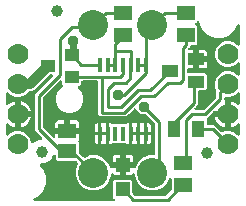
<source format=gbr>
G04 EAGLE Gerber RS-274X export*
G75*
%MOMM*%
%FSLAX34Y34*%
%LPD*%
%INTop Copper*%
%IPPOS*%
%AMOC8*
5,1,8,0,0,1.08239X$1,22.5*%
G01*
%ADD10R,0.360000X1.260000*%
%ADD11R,1.200000X1.200000*%
%ADD12R,1.500000X1.300000*%
%ADD13R,1.400000X1.000000*%
%ADD14R,1.100000X1.400000*%
%ADD15C,2.540000*%
%ADD16C,1.778000*%
%ADD17R,1.200000X1.000000*%
%ADD18C,1.000000*%
%ADD19C,0.254000*%
%ADD20P,0.981078X8X22.500000*%
%ADD21C,0.609600*%
%ADD22P,0.879767X8X22.500000*%
%ADD23C,0.812800*%

G36*
X93618Y2558D02*
X93618Y2558D01*
X93757Y2571D01*
X93776Y2578D01*
X93796Y2581D01*
X93925Y2632D01*
X94056Y2679D01*
X94073Y2690D01*
X94092Y2698D01*
X94204Y2779D01*
X94319Y2857D01*
X94332Y2873D01*
X94349Y2884D01*
X94438Y2992D01*
X94530Y3096D01*
X94539Y3114D01*
X94552Y3129D01*
X94611Y3255D01*
X94674Y3379D01*
X94679Y3399D01*
X94687Y3417D01*
X94713Y3554D01*
X94744Y3689D01*
X94743Y3710D01*
X94747Y3729D01*
X94738Y3868D01*
X94734Y4007D01*
X94729Y4027D01*
X94727Y4047D01*
X94685Y4179D01*
X94646Y4313D01*
X94635Y4330D01*
X94629Y4349D01*
X94555Y4467D01*
X94484Y4587D01*
X94466Y4608D01*
X94459Y4618D01*
X94444Y4632D01*
X94378Y4707D01*
X93567Y5518D01*
X93567Y19202D01*
X94758Y20393D01*
X108442Y20393D01*
X109633Y19202D01*
X109633Y9524D01*
X109645Y9426D01*
X109648Y9327D01*
X109665Y9268D01*
X109673Y9208D01*
X109709Y9116D01*
X109737Y9021D01*
X109767Y8969D01*
X109790Y8913D01*
X109848Y8833D01*
X109898Y8747D01*
X109964Y8672D01*
X109976Y8655D01*
X109986Y8647D01*
X110004Y8626D01*
X111146Y7484D01*
X111225Y7424D01*
X111297Y7356D01*
X111350Y7327D01*
X111398Y7290D01*
X111489Y7250D01*
X111575Y7202D01*
X111634Y7187D01*
X111689Y7163D01*
X111787Y7148D01*
X111883Y7123D01*
X111983Y7117D01*
X112004Y7113D01*
X112016Y7115D01*
X112044Y7113D01*
X137646Y7113D01*
X137744Y7125D01*
X137843Y7128D01*
X137902Y7145D01*
X137962Y7153D01*
X138054Y7189D01*
X138149Y7217D01*
X138201Y7247D01*
X138257Y7270D01*
X138337Y7328D01*
X138423Y7378D01*
X138498Y7444D01*
X138515Y7456D01*
X138523Y7466D01*
X138544Y7484D01*
X142496Y11436D01*
X142556Y11515D01*
X142624Y11587D01*
X142653Y11640D01*
X142690Y11688D01*
X142730Y11779D01*
X142778Y11865D01*
X142793Y11924D01*
X142817Y11979D01*
X142832Y12077D01*
X142857Y12173D01*
X142863Y12273D01*
X142867Y12294D01*
X142865Y12306D01*
X142867Y12334D01*
X142867Y21070D01*
X142859Y21139D01*
X142860Y21209D01*
X142839Y21297D01*
X142827Y21386D01*
X142802Y21450D01*
X142785Y21518D01*
X142743Y21598D01*
X142710Y21681D01*
X142669Y21738D01*
X142637Y21799D01*
X142576Y21866D01*
X142524Y21939D01*
X142470Y21983D01*
X142423Y22035D01*
X142348Y22084D01*
X142279Y22141D01*
X142215Y22171D01*
X142157Y22209D01*
X142072Y22239D01*
X141991Y22277D01*
X141922Y22290D01*
X141856Y22313D01*
X141767Y22320D01*
X141679Y22337D01*
X141609Y22332D01*
X141539Y22338D01*
X141451Y22322D01*
X141361Y22317D01*
X141295Y22295D01*
X141226Y22283D01*
X141144Y22247D01*
X141059Y22219D01*
X141000Y22182D01*
X140936Y22153D01*
X140866Y22097D01*
X140790Y22049D01*
X140742Y21998D01*
X140688Y21954D01*
X140633Y21883D01*
X140572Y21817D01*
X140538Y21756D01*
X140496Y21700D01*
X140425Y21556D01*
X138982Y18071D01*
X134837Y13926D01*
X129423Y11683D01*
X123561Y11683D01*
X118147Y13926D01*
X114002Y18071D01*
X111759Y23485D01*
X111759Y24862D01*
X111742Y25000D01*
X111729Y25138D01*
X111722Y25157D01*
X111719Y25177D01*
X111668Y25307D01*
X111621Y25438D01*
X111610Y25454D01*
X111602Y25473D01*
X111521Y25586D01*
X111443Y25701D01*
X111427Y25714D01*
X111416Y25730D01*
X111308Y25819D01*
X111204Y25911D01*
X111186Y25920D01*
X111171Y25933D01*
X111045Y25992D01*
X110921Y26056D01*
X110901Y26060D01*
X110883Y26069D01*
X110747Y26095D01*
X110611Y26125D01*
X110590Y26125D01*
X110571Y26129D01*
X110432Y26120D01*
X110293Y26116D01*
X110273Y26110D01*
X110253Y26109D01*
X110121Y26066D01*
X109987Y26027D01*
X109970Y26017D01*
X109951Y26011D01*
X109833Y25937D01*
X109713Y25866D01*
X109692Y25847D01*
X109682Y25841D01*
X109668Y25826D01*
X109592Y25759D01*
X109160Y25327D01*
X108581Y24992D01*
X107934Y24819D01*
X104139Y24819D01*
X104139Y30821D01*
X110638Y30821D01*
X110660Y30806D01*
X110729Y30749D01*
X110793Y30719D01*
X110851Y30680D01*
X110936Y30651D01*
X111017Y30613D01*
X111086Y30600D01*
X111152Y30577D01*
X111241Y30570D01*
X111329Y30553D01*
X111399Y30558D01*
X111469Y30552D01*
X111557Y30567D01*
X111647Y30573D01*
X111713Y30594D01*
X111782Y30606D01*
X111864Y30643D01*
X111949Y30671D01*
X112008Y30708D01*
X112072Y30737D01*
X112142Y30793D01*
X112218Y30841D01*
X112266Y30892D01*
X112320Y30936D01*
X112375Y31007D01*
X112436Y31073D01*
X112470Y31134D01*
X112512Y31190D01*
X112583Y31334D01*
X114002Y34761D01*
X118147Y38906D01*
X123561Y41149D01*
X127508Y41149D01*
X127626Y41164D01*
X127745Y41171D01*
X127783Y41184D01*
X127824Y41189D01*
X127934Y41232D01*
X128047Y41269D01*
X128082Y41291D01*
X128119Y41306D01*
X128215Y41375D01*
X128316Y41439D01*
X128344Y41469D01*
X128377Y41492D01*
X128453Y41584D01*
X128534Y41671D01*
X128554Y41706D01*
X128579Y41737D01*
X128630Y41845D01*
X128688Y41949D01*
X128698Y41989D01*
X128715Y42025D01*
X128737Y42142D01*
X128767Y42257D01*
X128771Y42317D01*
X128775Y42337D01*
X128773Y42358D01*
X128777Y42418D01*
X128777Y67956D01*
X128765Y68054D01*
X128762Y68153D01*
X128745Y68212D01*
X128737Y68272D01*
X128701Y68364D01*
X128673Y68459D01*
X128643Y68511D01*
X128620Y68567D01*
X128562Y68647D01*
X128512Y68733D01*
X128446Y68808D01*
X128434Y68825D01*
X128424Y68833D01*
X128406Y68854D01*
X121646Y75614D01*
X121567Y75674D01*
X121495Y75742D01*
X121442Y75771D01*
X121394Y75808D01*
X121303Y75848D01*
X121217Y75896D01*
X121158Y75911D01*
X121103Y75935D01*
X121005Y75950D01*
X120909Y75975D01*
X120809Y75981D01*
X120788Y75985D01*
X120776Y75983D01*
X120748Y75985D01*
X116661Y75985D01*
X112795Y79851D01*
X112785Y79957D01*
X112778Y79976D01*
X112775Y79996D01*
X112724Y80125D01*
X112677Y80256D01*
X112666Y80273D01*
X112658Y80291D01*
X112577Y80404D01*
X112499Y80519D01*
X112483Y80532D01*
X112472Y80549D01*
X112364Y80638D01*
X112260Y80730D01*
X112242Y80739D01*
X112227Y80752D01*
X112101Y80811D01*
X111977Y80874D01*
X111957Y80879D01*
X111939Y80887D01*
X111803Y80913D01*
X111667Y80944D01*
X111646Y80943D01*
X111627Y80947D01*
X111488Y80938D01*
X111349Y80934D01*
X111329Y80928D01*
X111309Y80927D01*
X111177Y80884D01*
X111043Y80846D01*
X111026Y80835D01*
X111007Y80829D01*
X110889Y80755D01*
X110769Y80684D01*
X110748Y80666D01*
X110738Y80659D01*
X110724Y80644D01*
X110649Y80578D01*
X106544Y76474D01*
X104238Y74167D01*
X82452Y74167D01*
X80517Y76102D01*
X80517Y103378D01*
X80502Y103496D01*
X80495Y103615D01*
X80482Y103653D01*
X80477Y103694D01*
X80434Y103804D01*
X80397Y103917D01*
X80375Y103952D01*
X80360Y103989D01*
X80291Y104085D01*
X80227Y104186D01*
X80197Y104214D01*
X80174Y104247D01*
X80082Y104323D01*
X79995Y104404D01*
X79960Y104424D01*
X79929Y104449D01*
X79821Y104500D01*
X79717Y104558D01*
X79677Y104568D01*
X79641Y104585D01*
X79524Y104607D01*
X79409Y104637D01*
X79349Y104641D01*
X79329Y104645D01*
X79308Y104643D01*
X79248Y104647D01*
X67562Y104647D01*
X67444Y104632D01*
X67325Y104625D01*
X67287Y104612D01*
X67246Y104607D01*
X67136Y104564D01*
X67023Y104527D01*
X66988Y104505D01*
X66951Y104490D01*
X66855Y104421D01*
X66754Y104357D01*
X66726Y104327D01*
X66693Y104304D01*
X66617Y104212D01*
X66536Y104125D01*
X66516Y104090D01*
X66491Y104059D01*
X66440Y103951D01*
X66382Y103847D01*
X66372Y103807D01*
X66355Y103771D01*
X66333Y103654D01*
X66303Y103539D01*
X66299Y103479D01*
X66295Y103459D01*
X66297Y103438D01*
X66293Y103378D01*
X66293Y101498D01*
X65102Y100307D01*
X64644Y100307D01*
X64507Y100290D01*
X64368Y100277D01*
X64349Y100270D01*
X64329Y100267D01*
X64200Y100216D01*
X64068Y100169D01*
X64052Y100158D01*
X64033Y100150D01*
X63920Y100069D01*
X63805Y99991D01*
X63792Y99975D01*
X63776Y99964D01*
X63687Y99856D01*
X63595Y99752D01*
X63586Y99734D01*
X63573Y99719D01*
X63513Y99592D01*
X63450Y99469D01*
X63446Y99449D01*
X63437Y99431D01*
X63411Y99295D01*
X63381Y99159D01*
X63381Y99138D01*
X63377Y99119D01*
X63386Y98980D01*
X63390Y98841D01*
X63396Y98821D01*
X63397Y98801D01*
X63440Y98669D01*
X63479Y98535D01*
X63489Y98518D01*
X63495Y98499D01*
X63570Y98381D01*
X63640Y98261D01*
X63659Y98240D01*
X63665Y98230D01*
X63680Y98216D01*
X63747Y98141D01*
X66440Y95447D01*
X68200Y91199D01*
X68200Y86601D01*
X66440Y82353D01*
X63189Y79102D01*
X58941Y77342D01*
X54343Y77342D01*
X50095Y79102D01*
X46844Y82353D01*
X45084Y86601D01*
X45084Y91199D01*
X46844Y95447D01*
X50095Y98698D01*
X50413Y98830D01*
X50456Y98855D01*
X50503Y98871D01*
X50594Y98933D01*
X50690Y98988D01*
X50725Y99022D01*
X50766Y99050D01*
X50839Y99132D01*
X50918Y99209D01*
X50944Y99251D01*
X50977Y99288D01*
X51027Y99386D01*
X51084Y99480D01*
X51099Y99527D01*
X51121Y99572D01*
X51146Y99679D01*
X51178Y99784D01*
X51180Y99834D01*
X51191Y99882D01*
X51188Y99992D01*
X51193Y100102D01*
X51183Y100150D01*
X51181Y100200D01*
X51151Y100306D01*
X51129Y100413D01*
X51107Y100458D01*
X51093Y100505D01*
X51037Y100600D01*
X50989Y100699D01*
X50957Y100737D01*
X50932Y100779D01*
X50825Y100900D01*
X50227Y101498D01*
X50227Y103452D01*
X50210Y103590D01*
X50197Y103729D01*
X50190Y103748D01*
X50187Y103768D01*
X50136Y103897D01*
X50089Y104028D01*
X50078Y104045D01*
X50070Y104063D01*
X49989Y104176D01*
X49911Y104291D01*
X49895Y104304D01*
X49884Y104321D01*
X49776Y104409D01*
X49672Y104502D01*
X49654Y104511D01*
X49639Y104524D01*
X49513Y104583D01*
X49389Y104646D01*
X49369Y104651D01*
X49351Y104659D01*
X49215Y104685D01*
X49079Y104716D01*
X49058Y104715D01*
X49039Y104719D01*
X48900Y104710D01*
X48761Y104706D01*
X48741Y104700D01*
X48721Y104699D01*
X48589Y104656D01*
X48455Y104618D01*
X48438Y104607D01*
X48419Y104601D01*
X48301Y104527D01*
X48181Y104456D01*
X48160Y104438D01*
X48150Y104431D01*
X48136Y104416D01*
X48061Y104350D01*
X34154Y90444D01*
X34094Y90365D01*
X34026Y90293D01*
X33997Y90240D01*
X33960Y90192D01*
X33920Y90101D01*
X33872Y90015D01*
X33857Y89956D01*
X33833Y89901D01*
X33818Y89803D01*
X33793Y89707D01*
X33787Y89607D01*
X33783Y89586D01*
X33785Y89574D01*
X33783Y89546D01*
X33783Y65784D01*
X33795Y65686D01*
X33798Y65587D01*
X33815Y65528D01*
X33823Y65468D01*
X33859Y65376D01*
X33887Y65281D01*
X33917Y65229D01*
X33940Y65173D01*
X33998Y65093D01*
X34048Y65007D01*
X34114Y64932D01*
X34126Y64915D01*
X34136Y64907D01*
X34154Y64886D01*
X42403Y56638D01*
X42512Y56553D01*
X42619Y56464D01*
X42638Y56456D01*
X42654Y56443D01*
X42782Y56388D01*
X42907Y56329D01*
X42927Y56325D01*
X42946Y56317D01*
X43084Y56295D01*
X43220Y56269D01*
X43240Y56270D01*
X43260Y56267D01*
X43399Y56280D01*
X43537Y56289D01*
X43556Y56295D01*
X43576Y56297D01*
X43708Y56344D01*
X43839Y56387D01*
X43857Y56398D01*
X43876Y56405D01*
X43991Y56483D01*
X44108Y56557D01*
X44122Y56572D01*
X44139Y56583D01*
X44231Y56687D01*
X44326Y56789D01*
X44336Y56806D01*
X44349Y56822D01*
X44413Y56946D01*
X44480Y57067D01*
X44485Y57087D01*
X44494Y57105D01*
X44524Y57241D01*
X44559Y57375D01*
X44561Y57403D01*
X44564Y57415D01*
X44563Y57436D01*
X44569Y57536D01*
X44569Y59301D01*
X53340Y59301D01*
X53458Y59316D01*
X53577Y59323D01*
X53615Y59336D01*
X53655Y59341D01*
X53766Y59384D01*
X53879Y59421D01*
X53914Y59443D01*
X53951Y59458D01*
X54047Y59528D01*
X54148Y59591D01*
X54176Y59621D01*
X54208Y59645D01*
X54284Y59736D01*
X54366Y59823D01*
X54385Y59858D01*
X54411Y59889D01*
X54462Y59997D01*
X54519Y60101D01*
X54530Y60141D01*
X54547Y60177D01*
X54569Y60294D01*
X54599Y60409D01*
X54603Y60470D01*
X54607Y60490D01*
X54605Y60510D01*
X54609Y60570D01*
X54609Y61841D01*
X54611Y61841D01*
X54611Y60570D01*
X54626Y60452D01*
X54633Y60333D01*
X54646Y60295D01*
X54651Y60255D01*
X54695Y60144D01*
X54731Y60031D01*
X54753Y59996D01*
X54768Y59959D01*
X54838Y59863D01*
X54901Y59762D01*
X54931Y59734D01*
X54955Y59701D01*
X55046Y59626D01*
X55133Y59544D01*
X55168Y59524D01*
X55200Y59499D01*
X55307Y59448D01*
X55411Y59390D01*
X55451Y59380D01*
X55487Y59363D01*
X55604Y59341D01*
X55719Y59311D01*
X55780Y59307D01*
X55800Y59303D01*
X55820Y59305D01*
X55880Y59301D01*
X64651Y59301D01*
X64651Y55006D01*
X64478Y54359D01*
X64102Y53709D01*
X64090Y53695D01*
X64071Y53659D01*
X64047Y53628D01*
X63999Y53518D01*
X63945Y53412D01*
X63936Y53373D01*
X63920Y53336D01*
X63902Y53218D01*
X63875Y53101D01*
X63877Y53062D01*
X63870Y53022D01*
X63881Y52903D01*
X63885Y52783D01*
X63896Y52745D01*
X63900Y52705D01*
X63940Y52593D01*
X63973Y52478D01*
X63994Y52444D01*
X64007Y52406D01*
X64074Y52307D01*
X64135Y52204D01*
X64143Y52195D01*
X64143Y44178D01*
X64155Y44080D01*
X64158Y43981D01*
X64175Y43922D01*
X64183Y43862D01*
X64219Y43770D01*
X64247Y43675D01*
X64277Y43623D01*
X64300Y43567D01*
X64358Y43487D01*
X64408Y43401D01*
X64474Y43326D01*
X64486Y43309D01*
X64496Y43301D01*
X64514Y43280D01*
X68135Y39660D01*
X68158Y39642D01*
X68178Y39619D01*
X68284Y39544D01*
X68386Y39465D01*
X68413Y39453D01*
X68438Y39436D01*
X68559Y39390D01*
X68678Y39338D01*
X68707Y39334D01*
X68735Y39323D01*
X68864Y39309D01*
X68992Y39289D01*
X69022Y39291D01*
X69051Y39288D01*
X69180Y39306D01*
X69309Y39318D01*
X69337Y39328D01*
X69366Y39332D01*
X69518Y39385D01*
X73777Y41149D01*
X79639Y41149D01*
X85053Y38906D01*
X89198Y34761D01*
X90617Y31334D01*
X90652Y31274D01*
X90678Y31209D01*
X90730Y31136D01*
X90775Y31058D01*
X90823Y31008D01*
X90864Y30951D01*
X90934Y30894D01*
X90996Y30830D01*
X91056Y30793D01*
X91109Y30749D01*
X91191Y30710D01*
X91267Y30663D01*
X91334Y30643D01*
X91397Y30613D01*
X91485Y30596D01*
X91571Y30570D01*
X91641Y30566D01*
X91710Y30553D01*
X91799Y30559D01*
X91889Y30555D01*
X91957Y30569D01*
X92027Y30573D01*
X92112Y30601D01*
X92200Y30619D01*
X92263Y30650D01*
X92329Y30671D01*
X92405Y30719D01*
X92486Y30759D01*
X92539Y30804D01*
X92566Y30821D01*
X99061Y30821D01*
X99061Y24819D01*
X95266Y24819D01*
X94619Y24992D01*
X94040Y25327D01*
X93608Y25759D01*
X93498Y25845D01*
X93391Y25933D01*
X93372Y25942D01*
X93356Y25954D01*
X93228Y26010D01*
X93103Y26069D01*
X93083Y26073D01*
X93064Y26081D01*
X92926Y26103D01*
X92790Y26129D01*
X92770Y26127D01*
X92750Y26131D01*
X92611Y26117D01*
X92473Y26109D01*
X92454Y26103D01*
X92434Y26101D01*
X92303Y26054D01*
X92171Y26011D01*
X92153Y26000D01*
X92134Y25993D01*
X92020Y25915D01*
X91902Y25841D01*
X91888Y25826D01*
X91871Y25815D01*
X91779Y25711D01*
X91684Y25609D01*
X91674Y25591D01*
X91661Y25576D01*
X91598Y25452D01*
X91530Y25331D01*
X91525Y25311D01*
X91516Y25293D01*
X91486Y25157D01*
X91451Y25023D01*
X91449Y24995D01*
X91446Y24983D01*
X91447Y24962D01*
X91441Y24862D01*
X91441Y23485D01*
X89198Y18071D01*
X85053Y13926D01*
X79639Y11683D01*
X73777Y11683D01*
X68363Y13926D01*
X64218Y18071D01*
X61975Y23485D01*
X61975Y29347D01*
X63739Y33606D01*
X63747Y33634D01*
X63761Y33660D01*
X63789Y33787D01*
X63823Y33912D01*
X63824Y33942D01*
X63830Y33971D01*
X63826Y34101D01*
X63828Y34230D01*
X63822Y34259D01*
X63821Y34289D01*
X63785Y34413D01*
X63754Y34540D01*
X63740Y34566D01*
X63732Y34594D01*
X63666Y34706D01*
X63606Y34821D01*
X63586Y34843D01*
X63571Y34868D01*
X63464Y34989D01*
X62518Y35936D01*
X62439Y35996D01*
X62367Y36064D01*
X62314Y36093D01*
X62266Y36130D01*
X62175Y36170D01*
X62089Y36218D01*
X62030Y36233D01*
X61975Y36257D01*
X61877Y36272D01*
X61781Y36297D01*
X61681Y36303D01*
X61660Y36307D01*
X61648Y36305D01*
X61620Y36307D01*
X46268Y36307D01*
X45077Y37498D01*
X45077Y40595D01*
X45059Y40740D01*
X45044Y40885D01*
X45039Y40898D01*
X45037Y40911D01*
X44984Y41046D01*
X44933Y41183D01*
X44925Y41194D01*
X44920Y41207D01*
X44835Y41325D01*
X44752Y41444D01*
X44742Y41453D01*
X44734Y41464D01*
X44621Y41557D01*
X44511Y41652D01*
X44499Y41658D01*
X44489Y41667D01*
X44357Y41729D01*
X44226Y41794D01*
X44213Y41797D01*
X44201Y41802D01*
X44059Y41830D01*
X43915Y41860D01*
X43902Y41860D01*
X43889Y41862D01*
X43744Y41853D01*
X43598Y41847D01*
X43585Y41843D01*
X43571Y41842D01*
X43433Y41798D01*
X43293Y41756D01*
X43281Y41749D01*
X43269Y41744D01*
X43145Y41666D01*
X43021Y41591D01*
X43011Y41581D01*
X43000Y41574D01*
X42900Y41468D01*
X42798Y41364D01*
X42788Y41349D01*
X42782Y41343D01*
X42774Y41328D01*
X42709Y41230D01*
X40341Y37129D01*
X35700Y34449D01*
X32647Y34449D01*
X32510Y34432D01*
X32371Y34419D01*
X32352Y34412D01*
X32332Y34409D01*
X32203Y34358D01*
X32071Y34311D01*
X32055Y34300D01*
X32036Y34292D01*
X31923Y34211D01*
X31808Y34133D01*
X31795Y34117D01*
X31779Y34106D01*
X31690Y33998D01*
X31598Y33894D01*
X31589Y33876D01*
X31576Y33861D01*
X31516Y33735D01*
X31453Y33611D01*
X31449Y33591D01*
X31440Y33573D01*
X31414Y33437D01*
X31384Y33301D01*
X31384Y33280D01*
X31380Y33261D01*
X31389Y33122D01*
X31393Y32983D01*
X31399Y32963D01*
X31400Y32943D01*
X31443Y32811D01*
X31482Y32677D01*
X31492Y32660D01*
X31498Y32641D01*
X31573Y32523D01*
X31643Y32403D01*
X31662Y32382D01*
X31668Y32372D01*
X31683Y32358D01*
X31750Y32283D01*
X34343Y29690D01*
X36861Y23610D01*
X36861Y17030D01*
X34343Y10950D01*
X29690Y6297D01*
X26515Y4983D01*
X26455Y4948D01*
X26390Y4922D01*
X26317Y4870D01*
X26239Y4825D01*
X26189Y4777D01*
X26132Y4736D01*
X26075Y4666D01*
X26011Y4604D01*
X25974Y4544D01*
X25930Y4491D01*
X25891Y4409D01*
X25844Y4333D01*
X25824Y4266D01*
X25794Y4203D01*
X25777Y4115D01*
X25751Y4029D01*
X25747Y3959D01*
X25734Y3890D01*
X25740Y3801D01*
X25736Y3711D01*
X25750Y3643D01*
X25754Y3573D01*
X25782Y3488D01*
X25800Y3400D01*
X25831Y3337D01*
X25852Y3271D01*
X25900Y3195D01*
X25940Y3114D01*
X25985Y3061D01*
X26022Y3002D01*
X26088Y2940D01*
X26146Y2872D01*
X26203Y2832D01*
X26254Y2784D01*
X26332Y2741D01*
X26406Y2689D01*
X26471Y2664D01*
X26532Y2630D01*
X26619Y2608D01*
X26703Y2576D01*
X26773Y2568D01*
X26840Y2551D01*
X27001Y2541D01*
X93480Y2541D01*
X93618Y2558D01*
G37*
G36*
X169654Y79515D02*
X169654Y79515D01*
X169753Y79518D01*
X169812Y79535D01*
X169872Y79543D01*
X169964Y79579D01*
X170059Y79607D01*
X170111Y79637D01*
X170167Y79660D01*
X170247Y79718D01*
X170333Y79768D01*
X170408Y79834D01*
X170425Y79846D01*
X170433Y79856D01*
X170454Y79874D01*
X180476Y89896D01*
X180536Y89975D01*
X180604Y90047D01*
X180633Y90100D01*
X180670Y90148D01*
X180710Y90239D01*
X180758Y90325D01*
X180773Y90384D01*
X180797Y90439D01*
X180812Y90537D01*
X180837Y90633D01*
X180843Y90733D01*
X180847Y90753D01*
X180845Y90766D01*
X180847Y90794D01*
X180847Y96109D01*
X180846Y96118D01*
X180847Y96127D01*
X180826Y96276D01*
X180807Y96424D01*
X180804Y96433D01*
X180803Y96442D01*
X180751Y96595D01*
X179577Y99427D01*
X179577Y103773D01*
X181240Y107787D01*
X184313Y110860D01*
X188327Y112523D01*
X192673Y112523D01*
X196687Y110860D01*
X198493Y109055D01*
X198602Y108969D01*
X198709Y108881D01*
X198728Y108872D01*
X198744Y108860D01*
X198872Y108804D01*
X198997Y108745D01*
X199017Y108741D01*
X199036Y108733D01*
X199174Y108711D01*
X199310Y108685D01*
X199330Y108687D01*
X199350Y108683D01*
X199489Y108696D01*
X199627Y108705D01*
X199646Y108711D01*
X199666Y108713D01*
X199798Y108760D01*
X199929Y108803D01*
X199947Y108814D01*
X199966Y108821D01*
X200081Y108899D01*
X200198Y108973D01*
X200212Y108988D01*
X200229Y108999D01*
X200321Y109104D01*
X200416Y109205D01*
X200426Y109223D01*
X200439Y109238D01*
X200503Y109362D01*
X200570Y109483D01*
X200575Y109503D01*
X200584Y109521D01*
X200614Y109657D01*
X200649Y109791D01*
X200651Y109819D01*
X200654Y109831D01*
X200653Y109852D01*
X200659Y109952D01*
X200659Y118648D01*
X200642Y118785D01*
X200629Y118924D01*
X200622Y118943D01*
X200619Y118964D01*
X200568Y119092D01*
X200521Y119224D01*
X200510Y119240D01*
X200502Y119259D01*
X200421Y119372D01*
X200343Y119487D01*
X200327Y119500D01*
X200316Y119517D01*
X200208Y119605D01*
X200104Y119697D01*
X200086Y119706D01*
X200071Y119719D01*
X199945Y119779D01*
X199821Y119842D01*
X199801Y119846D01*
X199783Y119855D01*
X199646Y119881D01*
X199511Y119911D01*
X199490Y119911D01*
X199471Y119915D01*
X199332Y119906D01*
X199193Y119902D01*
X199173Y119896D01*
X199153Y119895D01*
X199021Y119852D01*
X198887Y119813D01*
X198870Y119803D01*
X198851Y119797D01*
X198733Y119722D01*
X198613Y119652D01*
X198592Y119633D01*
X198582Y119627D01*
X198568Y119612D01*
X198493Y119545D01*
X196687Y117740D01*
X192673Y116077D01*
X188327Y116077D01*
X184313Y117740D01*
X181240Y120813D01*
X179577Y124827D01*
X179577Y129173D01*
X181240Y133187D01*
X184313Y136260D01*
X188327Y137923D01*
X192673Y137923D01*
X196687Y136260D01*
X198493Y134455D01*
X198602Y134369D01*
X198709Y134281D01*
X198728Y134272D01*
X198744Y134260D01*
X198872Y134204D01*
X198997Y134145D01*
X199017Y134141D01*
X199036Y134133D01*
X199174Y134111D01*
X199310Y134085D01*
X199330Y134087D01*
X199350Y134083D01*
X199489Y134096D01*
X199627Y134105D01*
X199646Y134111D01*
X199666Y134113D01*
X199798Y134160D01*
X199929Y134203D01*
X199947Y134214D01*
X199966Y134221D01*
X200081Y134299D01*
X200198Y134373D01*
X200212Y134388D01*
X200229Y134399D01*
X200321Y134504D01*
X200416Y134605D01*
X200426Y134623D01*
X200439Y134638D01*
X200503Y134762D01*
X200570Y134883D01*
X200575Y134903D01*
X200584Y134921D01*
X200614Y135057D01*
X200649Y135191D01*
X200651Y135219D01*
X200654Y135231D01*
X200653Y135252D01*
X200659Y135352D01*
X200659Y150799D01*
X200651Y150868D01*
X200652Y150938D01*
X200631Y151025D01*
X200619Y151115D01*
X200594Y151180D01*
X200577Y151247D01*
X200535Y151327D01*
X200502Y151410D01*
X200461Y151467D01*
X200429Y151528D01*
X200368Y151595D01*
X200316Y151668D01*
X200262Y151712D01*
X200215Y151764D01*
X200140Y151813D01*
X200071Y151870D01*
X200007Y151900D01*
X199949Y151939D01*
X199864Y151968D01*
X199783Y152006D01*
X199714Y152019D01*
X199648Y152042D01*
X199559Y152049D01*
X199471Y152066D01*
X199401Y152061D01*
X199331Y152067D01*
X199243Y152052D01*
X199153Y152046D01*
X199087Y152025D01*
X199018Y152013D01*
X198936Y151976D01*
X198851Y151948D01*
X198792Y151911D01*
X198728Y151882D01*
X198658Y151826D01*
X198582Y151778D01*
X198534Y151727D01*
X198480Y151683D01*
X198425Y151612D01*
X198364Y151546D01*
X198330Y151485D01*
X198288Y151429D01*
X198217Y151285D01*
X196903Y148110D01*
X192250Y143457D01*
X186170Y140939D01*
X179590Y140939D01*
X173510Y143457D01*
X168857Y148110D01*
X166412Y154015D01*
X166387Y154058D01*
X166370Y154105D01*
X166309Y154196D01*
X166254Y154291D01*
X166220Y154327D01*
X166192Y154368D01*
X166109Y154441D01*
X166033Y154520D01*
X165991Y154546D01*
X165953Y154579D01*
X165855Y154629D01*
X165762Y154686D01*
X165714Y154701D01*
X165670Y154723D01*
X165563Y154747D01*
X165458Y154780D01*
X165408Y154782D01*
X165360Y154793D01*
X165250Y154790D01*
X165140Y154795D01*
X165092Y154785D01*
X165042Y154783D01*
X164936Y154753D01*
X164829Y154730D01*
X164784Y154709D01*
X164736Y154695D01*
X164642Y154639D01*
X164543Y154591D01*
X164505Y154558D01*
X164462Y154533D01*
X164342Y154427D01*
X163212Y153297D01*
X163139Y153204D01*
X163060Y153114D01*
X163042Y153078D01*
X163017Y153046D01*
X162970Y152937D01*
X162916Y152831D01*
X162907Y152791D01*
X162891Y152754D01*
X162872Y152637D01*
X162846Y152521D01*
X162847Y152480D01*
X162841Y152440D01*
X162852Y152322D01*
X162856Y152203D01*
X162867Y152164D01*
X162871Y152124D01*
X162911Y152012D01*
X162944Y151897D01*
X162965Y151862D01*
X162978Y151824D01*
X163045Y151726D01*
X163106Y151623D01*
X163146Y151578D01*
X163157Y151561D01*
X163172Y151548D01*
X163212Y151502D01*
X164473Y150242D01*
X164473Y135558D01*
X163282Y134367D01*
X159512Y134367D01*
X159394Y134352D01*
X159275Y134345D01*
X159237Y134332D01*
X159196Y134327D01*
X159086Y134284D01*
X158973Y134247D01*
X158938Y134225D01*
X158901Y134210D01*
X158805Y134141D01*
X158704Y134077D01*
X158676Y134047D01*
X158643Y134024D01*
X158567Y133932D01*
X158486Y133845D01*
X158466Y133810D01*
X158441Y133779D01*
X158390Y133671D01*
X158332Y133567D01*
X158322Y133527D01*
X158305Y133491D01*
X158283Y133374D01*
X158254Y133263D01*
X157228Y132237D01*
X157143Y132128D01*
X157054Y132021D01*
X157046Y132002D01*
X157033Y131986D01*
X156978Y131859D01*
X156919Y131733D01*
X156915Y131713D01*
X156907Y131694D01*
X156885Y131556D01*
X156859Y131420D01*
X156860Y131400D01*
X156857Y131380D01*
X156870Y131241D01*
X156879Y131103D01*
X156885Y131084D01*
X156887Y131064D01*
X156934Y130932D01*
X156977Y130801D01*
X156988Y130783D01*
X156995Y130764D01*
X157073Y130649D01*
X157147Y130532D01*
X157162Y130518D01*
X157173Y130501D01*
X157277Y130409D01*
X157379Y130314D01*
X157396Y130304D01*
X157412Y130291D01*
X157536Y130227D01*
X157657Y130160D01*
X157677Y130155D01*
X157695Y130146D01*
X157831Y130116D01*
X157965Y130081D01*
X157993Y130079D01*
X158005Y130076D01*
X158026Y130077D01*
X158126Y130071D01*
X160901Y130071D01*
X160901Y123760D01*
X160916Y123642D01*
X160923Y123523D01*
X160935Y123485D01*
X160941Y123445D01*
X160984Y123334D01*
X161021Y123221D01*
X161043Y123187D01*
X161058Y123149D01*
X161127Y123053D01*
X161191Y122952D01*
X161221Y122924D01*
X161244Y122892D01*
X161336Y122816D01*
X161423Y122734D01*
X161458Y122715D01*
X161489Y122689D01*
X161597Y122638D01*
X161701Y122581D01*
X161741Y122571D01*
X161777Y122553D01*
X161884Y122533D01*
X161854Y122529D01*
X161744Y122485D01*
X161631Y122449D01*
X161596Y122427D01*
X161559Y122412D01*
X161462Y122342D01*
X161362Y122279D01*
X161334Y122249D01*
X161301Y122225D01*
X161225Y122134D01*
X161144Y122047D01*
X161124Y122012D01*
X161099Y121980D01*
X161048Y121873D01*
X160990Y121768D01*
X160980Y121729D01*
X160963Y121693D01*
X160941Y121576D01*
X160911Y121460D01*
X160907Y121400D01*
X160903Y121380D01*
X160905Y121360D01*
X160901Y121300D01*
X160901Y114989D01*
X156972Y114989D01*
X156854Y114974D01*
X156735Y114967D01*
X156697Y114954D01*
X156656Y114949D01*
X156546Y114906D01*
X156433Y114869D01*
X156398Y114847D01*
X156361Y114832D01*
X156265Y114763D01*
X156164Y114699D01*
X156136Y114669D01*
X156103Y114646D01*
X156027Y114554D01*
X155946Y114467D01*
X155926Y114432D01*
X155901Y114401D01*
X155850Y114293D01*
X155792Y114189D01*
X155782Y114149D01*
X155765Y114113D01*
X155743Y113996D01*
X155713Y113881D01*
X155709Y113821D01*
X155705Y113801D01*
X155707Y113780D01*
X155703Y113720D01*
X155703Y111832D01*
X155718Y111714D01*
X155725Y111595D01*
X155738Y111557D01*
X155743Y111516D01*
X155786Y111406D01*
X155823Y111293D01*
X155845Y111258D01*
X155860Y111221D01*
X155929Y111125D01*
X155993Y111024D01*
X156023Y110996D01*
X156046Y110963D01*
X156138Y110887D01*
X156225Y110806D01*
X156260Y110786D01*
X156291Y110761D01*
X156399Y110710D01*
X156503Y110652D01*
X156543Y110642D01*
X156579Y110625D01*
X156696Y110603D01*
X156811Y110573D01*
X156871Y110569D01*
X156891Y110565D01*
X156912Y110567D01*
X156972Y110563D01*
X171242Y110563D01*
X172433Y109372D01*
X172433Y97688D01*
X171242Y96497D01*
X166702Y96497D01*
X166584Y96482D01*
X166465Y96475D01*
X166427Y96462D01*
X166386Y96457D01*
X166276Y96414D01*
X166163Y96377D01*
X166128Y96355D01*
X166091Y96340D01*
X165995Y96271D01*
X165894Y96207D01*
X165866Y96177D01*
X165833Y96154D01*
X165757Y96062D01*
X165676Y95975D01*
X165656Y95940D01*
X165631Y95909D01*
X165580Y95801D01*
X165522Y95697D01*
X165512Y95657D01*
X165495Y95621D01*
X165473Y95504D01*
X165443Y95389D01*
X165439Y95329D01*
X165435Y95309D01*
X165437Y95288D01*
X165436Y95281D01*
X165435Y95276D01*
X165436Y95272D01*
X165433Y95228D01*
X165433Y84562D01*
X163126Y82256D01*
X162540Y81670D01*
X162455Y81560D01*
X162366Y81453D01*
X162358Y81434D01*
X162345Y81418D01*
X162290Y81290D01*
X162231Y81165D01*
X162227Y81145D01*
X162219Y81126D01*
X162197Y80988D01*
X162171Y80852D01*
X162172Y80832D01*
X162169Y80812D01*
X162182Y80673D01*
X162191Y80535D01*
X162197Y80516D01*
X162199Y80496D01*
X162246Y80365D01*
X162289Y80233D01*
X162300Y80215D01*
X162307Y80196D01*
X162384Y80082D01*
X162459Y79964D01*
X162474Y79950D01*
X162485Y79933D01*
X162589Y79841D01*
X162691Y79746D01*
X162708Y79736D01*
X162724Y79723D01*
X162847Y79660D01*
X162969Y79592D01*
X162989Y79587D01*
X163007Y79578D01*
X163143Y79548D01*
X163277Y79513D01*
X163305Y79511D01*
X163317Y79508D01*
X163338Y79509D01*
X163438Y79503D01*
X169556Y79503D01*
X169654Y79515D01*
G37*
G36*
X24943Y51512D02*
X24943Y51512D01*
X25076Y51515D01*
X25102Y51522D01*
X25129Y51524D01*
X25255Y51565D01*
X25382Y51600D01*
X25417Y51617D01*
X25431Y51622D01*
X25450Y51634D01*
X25527Y51672D01*
X30340Y54451D01*
X32184Y54451D01*
X32322Y54468D01*
X32461Y54481D01*
X32480Y54488D01*
X32500Y54491D01*
X32629Y54542D01*
X32760Y54589D01*
X32777Y54600D01*
X32795Y54608D01*
X32908Y54689D01*
X33023Y54767D01*
X33036Y54783D01*
X33053Y54794D01*
X33142Y54902D01*
X33234Y55006D01*
X33243Y55024D01*
X33256Y55039D01*
X33315Y55165D01*
X33378Y55289D01*
X33383Y55309D01*
X33391Y55327D01*
X33417Y55463D01*
X33448Y55599D01*
X33447Y55620D01*
X33451Y55639D01*
X33442Y55778D01*
X33438Y55917D01*
X33432Y55937D01*
X33431Y55957D01*
X33388Y56089D01*
X33350Y56223D01*
X33339Y56240D01*
X33333Y56259D01*
X33259Y56377D01*
X33188Y56497D01*
X33170Y56518D01*
X33163Y56528D01*
X33148Y56542D01*
X33082Y56617D01*
X29484Y60216D01*
X27177Y62522D01*
X27177Y92808D01*
X42010Y107641D01*
X42095Y107750D01*
X42184Y107857D01*
X42192Y107876D01*
X42205Y107892D01*
X42260Y108020D01*
X42319Y108145D01*
X42323Y108165D01*
X42331Y108184D01*
X42353Y108322D01*
X42379Y108458D01*
X42378Y108478D01*
X42381Y108498D01*
X42368Y108637D01*
X42359Y108775D01*
X42353Y108794D01*
X42351Y108814D01*
X42304Y108946D01*
X42261Y109077D01*
X42250Y109095D01*
X42243Y109114D01*
X42165Y109229D01*
X42091Y109346D01*
X42076Y109360D01*
X42065Y109377D01*
X41961Y109469D01*
X41859Y109564D01*
X41842Y109574D01*
X41826Y109587D01*
X41703Y109650D01*
X41581Y109718D01*
X41561Y109723D01*
X41543Y109732D01*
X41407Y109762D01*
X41273Y109797D01*
X41245Y109799D01*
X41233Y109802D01*
X41212Y109801D01*
X41112Y109807D01*
X40375Y109807D01*
X40277Y109795D01*
X40178Y109792D01*
X40120Y109775D01*
X40060Y109767D01*
X39967Y109731D01*
X39872Y109703D01*
X39820Y109673D01*
X39764Y109650D01*
X39684Y109592D01*
X39598Y109542D01*
X39523Y109476D01*
X39507Y109464D01*
X39499Y109454D01*
X39478Y109436D01*
X28528Y98485D01*
X28522Y98478D01*
X28515Y98472D01*
X28425Y98353D01*
X28333Y98234D01*
X28329Y98226D01*
X28323Y98218D01*
X28293Y98157D01*
X26568Y96431D01*
X24327Y95503D01*
X22576Y95503D01*
X22478Y95491D01*
X22379Y95488D01*
X22321Y95471D01*
X22261Y95463D01*
X22168Y95427D01*
X22073Y95399D01*
X22021Y95369D01*
X21965Y95346D01*
X21885Y95288D01*
X21799Y95238D01*
X21724Y95172D01*
X21707Y95160D01*
X21700Y95150D01*
X21679Y95132D01*
X18887Y92340D01*
X14873Y90677D01*
X10527Y90677D01*
X6513Y92340D01*
X4707Y94145D01*
X4598Y94231D01*
X4491Y94319D01*
X4472Y94328D01*
X4456Y94340D01*
X4328Y94396D01*
X4203Y94455D01*
X4183Y94459D01*
X4164Y94467D01*
X4026Y94489D01*
X3890Y94515D01*
X3870Y94513D01*
X3850Y94517D01*
X3711Y94504D01*
X3573Y94495D01*
X3554Y94489D01*
X3534Y94487D01*
X3402Y94440D01*
X3271Y94397D01*
X3253Y94386D01*
X3234Y94379D01*
X3119Y94301D01*
X3002Y94227D01*
X2988Y94212D01*
X2971Y94201D01*
X2879Y94096D01*
X2784Y93995D01*
X2774Y93977D01*
X2761Y93962D01*
X2697Y93838D01*
X2630Y93717D01*
X2625Y93697D01*
X2616Y93679D01*
X2586Y93543D01*
X2551Y93409D01*
X2549Y93381D01*
X2546Y93369D01*
X2547Y93348D01*
X2541Y93248D01*
X2541Y85270D01*
X2558Y85132D01*
X2571Y84994D01*
X2578Y84975D01*
X2581Y84955D01*
X2632Y84825D01*
X2679Y84695D01*
X2690Y84678D01*
X2698Y84659D01*
X2779Y84547D01*
X2857Y84432D01*
X2873Y84418D01*
X2884Y84402D01*
X2992Y84313D01*
X3096Y84221D01*
X3114Y84212D01*
X3129Y84199D01*
X3255Y84140D01*
X3379Y84077D01*
X3399Y84072D01*
X3417Y84064D01*
X3553Y84038D01*
X3689Y84007D01*
X3710Y84008D01*
X3729Y84004D01*
X3868Y84012D01*
X4007Y84017D01*
X4027Y84022D01*
X4047Y84024D01*
X4179Y84066D01*
X4313Y84105D01*
X4330Y84115D01*
X4349Y84122D01*
X4467Y84196D01*
X4587Y84267D01*
X4608Y84285D01*
X4618Y84292D01*
X4632Y84307D01*
X4708Y84373D01*
X5253Y84919D01*
X6709Y85977D01*
X8312Y86793D01*
X10023Y87349D01*
X10161Y87371D01*
X10161Y77470D01*
X10176Y77352D01*
X10183Y77233D01*
X10196Y77195D01*
X10201Y77155D01*
X10244Y77044D01*
X10281Y76931D01*
X10303Y76897D01*
X10318Y76859D01*
X10388Y76763D01*
X10451Y76662D01*
X10481Y76634D01*
X10504Y76602D01*
X10596Y76526D01*
X10683Y76444D01*
X10718Y76425D01*
X10749Y76399D01*
X10857Y76348D01*
X10961Y76291D01*
X11001Y76280D01*
X11037Y76263D01*
X11154Y76241D01*
X11269Y76211D01*
X11330Y76207D01*
X11350Y76203D01*
X11370Y76205D01*
X11430Y76201D01*
X12701Y76201D01*
X12701Y76199D01*
X11430Y76199D01*
X11312Y76184D01*
X11193Y76177D01*
X11155Y76164D01*
X11114Y76159D01*
X11004Y76115D01*
X10891Y76079D01*
X10856Y76057D01*
X10819Y76042D01*
X10723Y75972D01*
X10622Y75909D01*
X10594Y75879D01*
X10561Y75855D01*
X10486Y75764D01*
X10404Y75677D01*
X10384Y75642D01*
X10359Y75610D01*
X10308Y75503D01*
X10250Y75398D01*
X10240Y75359D01*
X10223Y75323D01*
X10201Y75206D01*
X10171Y75091D01*
X10167Y75030D01*
X10163Y75010D01*
X10165Y74990D01*
X10161Y74930D01*
X10161Y65029D01*
X10023Y65051D01*
X8312Y65607D01*
X6709Y66423D01*
X5253Y67481D01*
X4708Y68027D01*
X4598Y68112D01*
X4491Y68201D01*
X4472Y68210D01*
X4456Y68222D01*
X4328Y68277D01*
X4203Y68336D01*
X4183Y68340D01*
X4164Y68348D01*
X4026Y68370D01*
X3890Y68396D01*
X3870Y68395D01*
X3850Y68398D01*
X3711Y68385D01*
X3573Y68376D01*
X3554Y68370D01*
X3534Y68368D01*
X3403Y68321D01*
X3271Y68278D01*
X3253Y68268D01*
X3234Y68261D01*
X3120Y68183D01*
X3002Y68108D01*
X2988Y68094D01*
X2971Y68082D01*
X2879Y67978D01*
X2784Y67877D01*
X2774Y67859D01*
X2761Y67844D01*
X2698Y67720D01*
X2630Y67598D01*
X2625Y67579D01*
X2616Y67561D01*
X2586Y67425D01*
X2551Y67290D01*
X2549Y67262D01*
X2546Y67250D01*
X2547Y67230D01*
X2541Y67130D01*
X2541Y59152D01*
X2558Y59015D01*
X2571Y58876D01*
X2578Y58857D01*
X2581Y58836D01*
X2632Y58708D01*
X2679Y58576D01*
X2690Y58560D01*
X2698Y58541D01*
X2779Y58428D01*
X2857Y58313D01*
X2873Y58300D01*
X2884Y58283D01*
X2992Y58195D01*
X3096Y58103D01*
X3114Y58094D01*
X3129Y58081D01*
X3255Y58021D01*
X3379Y57958D01*
X3399Y57954D01*
X3417Y57945D01*
X3554Y57919D01*
X3689Y57889D01*
X3710Y57889D01*
X3729Y57885D01*
X3868Y57894D01*
X4007Y57898D01*
X4027Y57904D01*
X4047Y57905D01*
X4179Y57948D01*
X4313Y57987D01*
X4330Y57997D01*
X4349Y58003D01*
X4467Y58078D01*
X4587Y58148D01*
X4608Y58167D01*
X4618Y58173D01*
X4632Y58188D01*
X4707Y58255D01*
X6513Y60060D01*
X10527Y61723D01*
X14873Y61723D01*
X18887Y60060D01*
X21960Y56987D01*
X23623Y52973D01*
X23623Y52771D01*
X23639Y52640D01*
X23650Y52507D01*
X23659Y52482D01*
X23663Y52455D01*
X23711Y52332D01*
X23755Y52207D01*
X23770Y52185D01*
X23780Y52160D01*
X23857Y52053D01*
X23931Y51942D01*
X23951Y51924D01*
X23966Y51902D01*
X24069Y51818D01*
X24167Y51729D01*
X24191Y51717D01*
X24211Y51699D01*
X24331Y51643D01*
X24448Y51582D01*
X24475Y51575D01*
X24499Y51564D01*
X24629Y51539D01*
X24758Y51509D01*
X24785Y51509D01*
X24811Y51504D01*
X24943Y51512D01*
G37*
G36*
X199489Y57896D02*
X199489Y57896D01*
X199627Y57905D01*
X199646Y57911D01*
X199666Y57913D01*
X199798Y57960D01*
X199929Y58003D01*
X199947Y58014D01*
X199966Y58021D01*
X200081Y58099D01*
X200198Y58173D01*
X200212Y58188D01*
X200229Y58199D01*
X200321Y58304D01*
X200416Y58405D01*
X200426Y58423D01*
X200439Y58438D01*
X200503Y58562D01*
X200570Y58683D01*
X200575Y58703D01*
X200584Y58721D01*
X200614Y58857D01*
X200649Y58991D01*
X200651Y59019D01*
X200654Y59031D01*
X200653Y59052D01*
X200659Y59152D01*
X200659Y67130D01*
X200642Y67268D01*
X200629Y67406D01*
X200622Y67425D01*
X200619Y67445D01*
X200568Y67574D01*
X200521Y67705D01*
X200510Y67722D01*
X200502Y67741D01*
X200421Y67853D01*
X200343Y67968D01*
X200327Y67982D01*
X200316Y67998D01*
X200208Y68087D01*
X200104Y68179D01*
X200086Y68188D01*
X200071Y68201D01*
X199945Y68260D01*
X199821Y68323D01*
X199801Y68328D01*
X199783Y68336D01*
X199647Y68362D01*
X199511Y68393D01*
X199490Y68392D01*
X199471Y68396D01*
X199332Y68388D01*
X199193Y68383D01*
X199173Y68378D01*
X199153Y68376D01*
X199021Y68334D01*
X198887Y68295D01*
X198870Y68285D01*
X198851Y68278D01*
X198733Y68204D01*
X198613Y68133D01*
X198592Y68115D01*
X198582Y68108D01*
X198568Y68093D01*
X198492Y68027D01*
X197947Y67481D01*
X196491Y66423D01*
X194888Y65607D01*
X193177Y65051D01*
X193039Y65029D01*
X193039Y74930D01*
X193024Y75048D01*
X193017Y75167D01*
X193004Y75205D01*
X192999Y75245D01*
X192956Y75356D01*
X192919Y75469D01*
X192897Y75503D01*
X192882Y75541D01*
X192812Y75637D01*
X192749Y75738D01*
X192719Y75766D01*
X192695Y75798D01*
X192604Y75874D01*
X192517Y75956D01*
X192482Y75975D01*
X192451Y76001D01*
X192343Y76052D01*
X192239Y76109D01*
X192199Y76120D01*
X192163Y76137D01*
X192046Y76159D01*
X191931Y76189D01*
X191870Y76193D01*
X191850Y76197D01*
X191830Y76195D01*
X191770Y76199D01*
X190499Y76199D01*
X190499Y76201D01*
X191770Y76201D01*
X191888Y76216D01*
X192007Y76223D01*
X192045Y76236D01*
X192085Y76241D01*
X192196Y76285D01*
X192309Y76321D01*
X192344Y76343D01*
X192381Y76358D01*
X192477Y76428D01*
X192578Y76491D01*
X192606Y76521D01*
X192639Y76545D01*
X192714Y76636D01*
X192796Y76723D01*
X192816Y76758D01*
X192841Y76790D01*
X192892Y76897D01*
X192950Y77002D01*
X192960Y77041D01*
X192977Y77077D01*
X192999Y77194D01*
X193029Y77309D01*
X193033Y77370D01*
X193037Y77390D01*
X193035Y77410D01*
X193039Y77470D01*
X193039Y87371D01*
X193177Y87349D01*
X194888Y86793D01*
X196491Y85977D01*
X197947Y84919D01*
X198492Y84373D01*
X198602Y84288D01*
X198709Y84199D01*
X198728Y84190D01*
X198744Y84178D01*
X198872Y84123D01*
X198997Y84064D01*
X199017Y84060D01*
X199036Y84052D01*
X199174Y84030D01*
X199310Y84004D01*
X199330Y84005D01*
X199350Y84002D01*
X199489Y84015D01*
X199627Y84024D01*
X199646Y84030D01*
X199666Y84032D01*
X199797Y84079D01*
X199929Y84122D01*
X199947Y84132D01*
X199966Y84139D01*
X200080Y84217D01*
X200198Y84292D01*
X200212Y84306D01*
X200229Y84318D01*
X200321Y84422D01*
X200416Y84523D01*
X200426Y84541D01*
X200439Y84556D01*
X200502Y84680D01*
X200570Y84802D01*
X200575Y84821D01*
X200584Y84839D01*
X200614Y84975D01*
X200649Y85110D01*
X200651Y85138D01*
X200654Y85150D01*
X200653Y85170D01*
X200659Y85270D01*
X200659Y93248D01*
X200642Y93385D01*
X200629Y93524D01*
X200622Y93543D01*
X200619Y93564D01*
X200568Y93692D01*
X200521Y93824D01*
X200510Y93840D01*
X200502Y93859D01*
X200421Y93972D01*
X200343Y94087D01*
X200327Y94100D01*
X200316Y94117D01*
X200208Y94205D01*
X200104Y94297D01*
X200086Y94306D01*
X200071Y94319D01*
X199945Y94379D01*
X199821Y94442D01*
X199801Y94446D01*
X199783Y94455D01*
X199646Y94481D01*
X199511Y94511D01*
X199490Y94511D01*
X199471Y94515D01*
X199332Y94506D01*
X199193Y94502D01*
X199173Y94496D01*
X199153Y94495D01*
X199021Y94452D01*
X198887Y94413D01*
X198870Y94403D01*
X198851Y94397D01*
X198733Y94322D01*
X198613Y94252D01*
X198592Y94233D01*
X198582Y94227D01*
X198568Y94212D01*
X198493Y94145D01*
X196687Y92340D01*
X192673Y90677D01*
X188722Y90677D01*
X188604Y90662D01*
X188485Y90655D01*
X188447Y90642D01*
X188406Y90637D01*
X188296Y90594D01*
X188183Y90557D01*
X188148Y90535D01*
X188111Y90520D01*
X188015Y90451D01*
X187914Y90387D01*
X187886Y90357D01*
X187853Y90334D01*
X187777Y90242D01*
X187696Y90155D01*
X187676Y90120D01*
X187651Y90089D01*
X187600Y89981D01*
X187542Y89877D01*
X187532Y89837D01*
X187515Y89801D01*
X187493Y89684D01*
X187463Y89569D01*
X187459Y89509D01*
X187455Y89489D01*
X187457Y89468D01*
X187453Y89408D01*
X187453Y88777D01*
X187460Y88718D01*
X187458Y88658D01*
X187480Y88560D01*
X187493Y88461D01*
X187514Y88406D01*
X187527Y88348D01*
X187573Y88258D01*
X187610Y88165D01*
X187645Y88117D01*
X187672Y88064D01*
X187738Y87989D01*
X187796Y87908D01*
X187842Y87870D01*
X187882Y87825D01*
X187961Y87772D01*
X187961Y78739D01*
X179186Y78739D01*
X179088Y78727D01*
X178988Y78724D01*
X178930Y78707D01*
X178870Y78699D01*
X178778Y78663D01*
X178683Y78635D01*
X178631Y78605D01*
X178574Y78582D01*
X178494Y78524D01*
X178409Y78474D01*
X178334Y78407D01*
X178317Y78395D01*
X178309Y78386D01*
X178288Y78367D01*
X175124Y75204D01*
X172765Y72844D01*
X172692Y72750D01*
X172613Y72661D01*
X172595Y72625D01*
X172570Y72593D01*
X172523Y72484D01*
X172469Y72378D01*
X172460Y72338D01*
X172444Y72301D01*
X172425Y72183D01*
X172399Y72067D01*
X172400Y72027D01*
X172394Y71987D01*
X172405Y71868D01*
X172409Y71749D01*
X172420Y71711D01*
X172424Y71671D01*
X172464Y71558D01*
X172473Y71529D01*
X172473Y68072D01*
X172488Y67954D01*
X172495Y67835D01*
X172508Y67797D01*
X172513Y67756D01*
X172556Y67646D01*
X172593Y67533D01*
X172615Y67498D01*
X172630Y67461D01*
X172699Y67365D01*
X172763Y67264D01*
X172793Y67236D01*
X172816Y67203D01*
X172908Y67127D01*
X172995Y67046D01*
X173030Y67026D01*
X173061Y67001D01*
X173169Y66950D01*
X173273Y66892D01*
X173313Y66882D01*
X173349Y66865D01*
X173466Y66843D01*
X173581Y66813D01*
X173641Y66809D01*
X173661Y66805D01*
X173682Y66807D01*
X173742Y66803D01*
X179168Y66803D01*
X180291Y65679D01*
X180292Y65679D01*
X181586Y64385D01*
X181588Y64383D01*
X184843Y61128D01*
X184867Y61109D01*
X184886Y61087D01*
X184992Y61012D01*
X185094Y60933D01*
X185122Y60921D01*
X185146Y60904D01*
X185267Y60858D01*
X185386Y60806D01*
X185415Y60802D01*
X185443Y60791D01*
X185572Y60777D01*
X185700Y60756D01*
X185730Y60759D01*
X185759Y60756D01*
X185888Y60774D01*
X186017Y60786D01*
X186045Y60796D01*
X186074Y60800D01*
X186226Y60852D01*
X188327Y61723D01*
X192673Y61723D01*
X196687Y60060D01*
X198493Y58255D01*
X198602Y58169D01*
X198709Y58081D01*
X198728Y58072D01*
X198744Y58060D01*
X198872Y58004D01*
X198997Y57945D01*
X199017Y57941D01*
X199036Y57933D01*
X199174Y57911D01*
X199310Y57885D01*
X199330Y57887D01*
X199350Y57883D01*
X199489Y57896D01*
G37*
%LPC*%
G36*
X89869Y50809D02*
X89869Y50809D01*
X89869Y59650D01*
X89869Y68491D01*
X90734Y68491D01*
X91381Y68318D01*
X91666Y68153D01*
X91751Y68117D01*
X91832Y68072D01*
X91897Y68056D01*
X91959Y68030D01*
X92051Y68016D01*
X92140Y67993D01*
X92257Y67986D01*
X92274Y67983D01*
X92282Y67984D01*
X92301Y67983D01*
X97906Y67983D01*
X97919Y67976D01*
X97958Y67967D01*
X97995Y67951D01*
X98113Y67932D01*
X98229Y67906D01*
X98270Y67907D01*
X98309Y67901D01*
X98428Y67912D01*
X98547Y67916D01*
X98586Y67927D01*
X98626Y67931D01*
X98738Y67971D01*
X98778Y67983D01*
X104399Y67983D01*
X104491Y67994D01*
X104583Y67996D01*
X104648Y68014D01*
X104715Y68023D01*
X104801Y68057D01*
X104890Y68081D01*
X104995Y68133D01*
X105010Y68140D01*
X105017Y68145D01*
X105034Y68153D01*
X105319Y68318D01*
X105966Y68491D01*
X106831Y68491D01*
X106831Y59650D01*
X106831Y50809D01*
X105966Y50809D01*
X105319Y50982D01*
X105034Y51147D01*
X104949Y51183D01*
X104868Y51228D01*
X104803Y51244D01*
X104741Y51270D01*
X104649Y51284D01*
X104560Y51307D01*
X104443Y51314D01*
X104426Y51317D01*
X104418Y51316D01*
X104399Y51317D01*
X98794Y51317D01*
X98781Y51324D01*
X98741Y51333D01*
X98704Y51349D01*
X98587Y51368D01*
X98470Y51394D01*
X98430Y51393D01*
X98390Y51399D01*
X98271Y51388D01*
X98153Y51384D01*
X98114Y51373D01*
X98074Y51369D01*
X97961Y51329D01*
X97922Y51317D01*
X92301Y51317D01*
X92209Y51306D01*
X92117Y51304D01*
X92052Y51286D01*
X91985Y51277D01*
X91899Y51243D01*
X91810Y51219D01*
X91705Y51167D01*
X91690Y51160D01*
X91683Y51155D01*
X91666Y51147D01*
X91381Y50982D01*
X90734Y50809D01*
X89869Y50809D01*
G37*
%LPD*%
%LPC*%
G36*
X15239Y78739D02*
X15239Y78739D01*
X15239Y87371D01*
X15377Y87349D01*
X17088Y86793D01*
X18691Y85977D01*
X20147Y84919D01*
X21419Y83647D01*
X22477Y82191D01*
X23293Y80588D01*
X23849Y78877D01*
X23871Y78739D01*
X15239Y78739D01*
G37*
%LPD*%
%LPC*%
G36*
X15239Y73661D02*
X15239Y73661D01*
X23871Y73661D01*
X23849Y73523D01*
X23293Y71812D01*
X22477Y70209D01*
X21419Y68753D01*
X20147Y67481D01*
X18691Y66423D01*
X17088Y65607D01*
X15377Y65051D01*
X15239Y65029D01*
X15239Y73661D01*
G37*
%LPD*%
%LPC*%
G36*
X187823Y65051D02*
X187823Y65051D01*
X186112Y65607D01*
X184509Y66423D01*
X183053Y67481D01*
X181781Y68753D01*
X180723Y70209D01*
X179907Y71812D01*
X179351Y73523D01*
X179329Y73661D01*
X187961Y73661D01*
X187961Y65029D01*
X187823Y65051D01*
G37*
%LPD*%
%LPC*%
G36*
X57149Y64379D02*
X57149Y64379D01*
X57149Y70881D01*
X62444Y70881D01*
X63091Y70708D01*
X63670Y70373D01*
X64143Y69900D01*
X64478Y69321D01*
X64651Y68674D01*
X64651Y64379D01*
X57149Y64379D01*
G37*
%LPD*%
%LPC*%
G36*
X44569Y64379D02*
X44569Y64379D01*
X44569Y68674D01*
X44742Y69321D01*
X45077Y69900D01*
X45550Y70373D01*
X46129Y70708D01*
X46776Y70881D01*
X52071Y70881D01*
X52071Y64379D01*
X44569Y64379D01*
G37*
%LPD*%
%LPC*%
G36*
X104139Y35899D02*
X104139Y35899D01*
X104139Y41901D01*
X107934Y41901D01*
X108581Y41728D01*
X109160Y41393D01*
X109633Y40920D01*
X109968Y40341D01*
X110141Y39694D01*
X110141Y35899D01*
X104139Y35899D01*
G37*
%LPD*%
%LPC*%
G36*
X93059Y35899D02*
X93059Y35899D01*
X93059Y39694D01*
X93232Y40341D01*
X93567Y40920D01*
X94040Y41393D01*
X94619Y41728D01*
X95266Y41901D01*
X99061Y41901D01*
X99061Y35899D01*
X93059Y35899D01*
G37*
%LPD*%
%LPC*%
G36*
X165899Y125029D02*
X165899Y125029D01*
X165899Y130071D01*
X170734Y130071D01*
X171381Y129898D01*
X171960Y129563D01*
X172433Y129090D01*
X172768Y128511D01*
X172941Y127864D01*
X172941Y125029D01*
X165899Y125029D01*
G37*
%LPD*%
%LPC*%
G36*
X165899Y114989D02*
X165899Y114989D01*
X165899Y120031D01*
X172941Y120031D01*
X172941Y117196D01*
X172768Y116549D01*
X172433Y115970D01*
X171960Y115497D01*
X171381Y115162D01*
X170734Y114989D01*
X165899Y114989D01*
G37*
%LPD*%
%LPC*%
G36*
X115869Y60919D02*
X115869Y60919D01*
X115869Y68491D01*
X116734Y68491D01*
X117521Y68280D01*
X117613Y68267D01*
X117703Y68245D01*
X117770Y68246D01*
X117837Y68237D01*
X117928Y68247D01*
X118021Y68248D01*
X118136Y68271D01*
X118152Y68273D01*
X118160Y68276D01*
X118179Y68280D01*
X118966Y68491D01*
X119831Y68491D01*
X119831Y60919D01*
X115869Y60919D01*
G37*
%LPD*%
%LPC*%
G36*
X109369Y60919D02*
X109369Y60919D01*
X109369Y68491D01*
X110234Y68491D01*
X111021Y68280D01*
X111113Y68267D01*
X111203Y68245D01*
X111270Y68246D01*
X111337Y68237D01*
X111428Y68247D01*
X111521Y68248D01*
X111636Y68271D01*
X111652Y68273D01*
X111660Y68276D01*
X111679Y68280D01*
X112466Y68491D01*
X113331Y68491D01*
X113331Y60919D01*
X109369Y60919D01*
G37*
%LPD*%
%LPC*%
G36*
X83369Y60919D02*
X83369Y60919D01*
X83369Y68491D01*
X84234Y68491D01*
X85021Y68280D01*
X85113Y68267D01*
X85203Y68245D01*
X85270Y68246D01*
X85337Y68237D01*
X85428Y68247D01*
X85521Y68248D01*
X85636Y68271D01*
X85652Y68273D01*
X85660Y68276D01*
X85679Y68280D01*
X86466Y68491D01*
X87331Y68491D01*
X87331Y60919D01*
X83369Y60919D01*
G37*
%LPD*%
%LPC*%
G36*
X83369Y50809D02*
X83369Y50809D01*
X83369Y58381D01*
X87331Y58381D01*
X87331Y50809D01*
X86466Y50809D01*
X85679Y51020D01*
X85587Y51033D01*
X85497Y51055D01*
X85430Y51054D01*
X85363Y51063D01*
X85272Y51053D01*
X85179Y51052D01*
X85064Y51029D01*
X85048Y51027D01*
X85040Y51024D01*
X85021Y51020D01*
X84234Y50809D01*
X83369Y50809D01*
G37*
%LPD*%
%LPC*%
G36*
X109369Y50809D02*
X109369Y50809D01*
X109369Y58381D01*
X113331Y58381D01*
X113331Y50809D01*
X112466Y50809D01*
X111679Y51020D01*
X111587Y51033D01*
X111497Y51055D01*
X111430Y51054D01*
X111363Y51063D01*
X111272Y51053D01*
X111179Y51052D01*
X111064Y51029D01*
X111048Y51027D01*
X111040Y51024D01*
X111021Y51020D01*
X110234Y50809D01*
X109369Y50809D01*
G37*
%LPD*%
%LPC*%
G36*
X115869Y50809D02*
X115869Y50809D01*
X115869Y58381D01*
X119831Y58381D01*
X119831Y50809D01*
X118966Y50809D01*
X118179Y51020D01*
X118087Y51033D01*
X117997Y51055D01*
X117930Y51054D01*
X117863Y51063D01*
X117772Y51053D01*
X117679Y51052D01*
X117564Y51029D01*
X117548Y51027D01*
X117540Y51024D01*
X117521Y51020D01*
X116734Y50809D01*
X115869Y50809D01*
G37*
%LPD*%
%LPC*%
G36*
X122369Y60919D02*
X122369Y60919D01*
X122369Y68491D01*
X123234Y68491D01*
X123881Y68318D01*
X124460Y67983D01*
X124933Y67510D01*
X125268Y66931D01*
X125441Y66284D01*
X125441Y60919D01*
X122369Y60919D01*
G37*
%LPD*%
%LPC*%
G36*
X122369Y50809D02*
X122369Y50809D01*
X122369Y58381D01*
X125441Y58381D01*
X125441Y53016D01*
X125268Y52369D01*
X124933Y51790D01*
X124460Y51317D01*
X123881Y50982D01*
X123234Y50809D01*
X122369Y50809D01*
G37*
%LPD*%
%LPC*%
G36*
X77759Y60919D02*
X77759Y60919D01*
X77759Y66284D01*
X77932Y66931D01*
X78267Y67510D01*
X78740Y67983D01*
X79319Y68318D01*
X79966Y68491D01*
X80831Y68491D01*
X80831Y60919D01*
X77759Y60919D01*
G37*
%LPD*%
%LPC*%
G36*
X79966Y50809D02*
X79966Y50809D01*
X79319Y50982D01*
X78740Y51317D01*
X78267Y51790D01*
X77932Y52369D01*
X77759Y53016D01*
X77759Y58381D01*
X80831Y58381D01*
X80831Y50809D01*
X79966Y50809D01*
G37*
%LPD*%
%LPC*%
G36*
X101599Y33359D02*
X101599Y33359D01*
X101599Y33361D01*
X101601Y33361D01*
X101601Y33359D01*
X101599Y33359D01*
G37*
%LPD*%
D10*
X82100Y59650D03*
X88600Y59650D03*
X95100Y59650D03*
X101600Y59650D03*
X108100Y59650D03*
X114600Y59650D03*
X121100Y59650D03*
X121100Y118150D03*
X114600Y118150D03*
X108100Y118150D03*
X101600Y118150D03*
X95100Y118150D03*
X88600Y118150D03*
X82100Y118150D03*
D11*
X101600Y33360D03*
X101600Y12360D03*
D12*
X152400Y15900D03*
X152400Y34900D03*
X154940Y142900D03*
X154940Y161900D03*
X101600Y142900D03*
X101600Y161900D03*
X54610Y44840D03*
X54610Y61840D03*
D13*
X141400Y113030D03*
X163400Y122530D03*
X163400Y103530D03*
D14*
X164940Y63500D03*
X144940Y63500D03*
D15*
X76708Y26416D03*
X76708Y151384D03*
X126492Y26416D03*
X126492Y151384D03*
D16*
X12700Y50800D03*
X12700Y76200D03*
X12700Y101600D03*
X12700Y127000D03*
X190500Y50800D03*
X190500Y76200D03*
X190500Y101600D03*
X190500Y127000D03*
D17*
X38260Y116840D03*
X58260Y126340D03*
X58260Y107340D03*
D18*
X172720Y43180D03*
X45720Y163830D03*
X33020Y44450D03*
D19*
X66450Y118150D02*
X82100Y118150D01*
D20*
X59690Y138430D03*
D21*
X59690Y125730D01*
D19*
X58260Y126340D02*
X66450Y118150D01*
X59690Y125730D02*
X58870Y125730D01*
X58260Y126340D01*
D22*
X178054Y114046D03*
D20*
X71120Y59690D03*
X74930Y90170D03*
X171450Y87630D03*
D19*
X95100Y118150D02*
X88600Y118150D01*
X95100Y129540D02*
X95100Y135900D01*
X95100Y129540D02*
X95100Y118150D01*
X108100Y118150D02*
X108100Y129540D01*
X95100Y129540D01*
X124890Y96520D02*
X141400Y113030D01*
X124890Y96520D02*
X114300Y96520D01*
X100330Y82550D01*
X89050Y82550D01*
X89050Y97790D01*
X94130Y102870D01*
X104140Y102870D01*
X107950Y106680D01*
X107950Y113030D01*
X108100Y113180D01*
X108100Y118150D01*
X95100Y135900D02*
X101600Y142400D01*
X101600Y142900D01*
X110150Y3810D02*
X139540Y3810D01*
X110150Y3810D02*
X101600Y12360D01*
X139540Y3810D02*
X151630Y15900D01*
X152400Y15900D01*
X101600Y110490D02*
X101600Y118150D01*
X101600Y110490D02*
X99060Y107950D01*
X154940Y134620D02*
X154940Y142900D01*
X152400Y105410D02*
X149860Y102870D01*
X152400Y105410D02*
X152400Y132080D01*
X154940Y134620D01*
X149860Y102870D02*
X139700Y102870D01*
X128270Y91440D01*
X116840Y91440D01*
X102870Y77470D01*
X83820Y77470D01*
X83820Y107950D01*
X99060Y107950D01*
X83820Y107950D02*
X58870Y107950D01*
X58260Y107340D01*
X58284Y44840D02*
X76708Y26416D01*
X58284Y44840D02*
X54610Y44840D01*
X49920Y44450D02*
X30480Y63890D01*
X30480Y91440D01*
X48260Y109220D01*
X48260Y139700D01*
X58420Y149860D01*
X75184Y149860D01*
X76708Y151384D01*
X87224Y161900D01*
X101600Y161900D01*
X53668Y44450D02*
X49920Y44450D01*
X53668Y44450D02*
X53738Y44452D01*
X53807Y44457D01*
X53876Y44466D01*
X53945Y44479D01*
X54013Y44495D01*
X54080Y44515D01*
X54145Y44538D01*
X54210Y44565D01*
X54273Y44595D01*
X54334Y44628D01*
X54393Y44665D01*
X54451Y44704D01*
X54506Y44747D01*
X54559Y44792D01*
X54610Y44840D01*
X114600Y118150D02*
X121100Y118150D01*
X121100Y145992D02*
X126492Y151384D01*
X121100Y145992D02*
X121100Y118150D01*
X132080Y32004D02*
X126492Y26416D01*
X132080Y32004D02*
X132080Y69850D01*
X119380Y82550D01*
D20*
X119380Y82550D03*
X97790Y92710D03*
D19*
X102870Y92710D02*
X121100Y110940D01*
X102870Y92710D02*
X97790Y92710D01*
X121100Y110940D02*
X121100Y118150D01*
X126492Y151384D02*
X137008Y161900D01*
X154940Y161900D01*
X144940Y68740D02*
X144940Y63500D01*
X144940Y68740D02*
X162130Y85930D01*
X162130Y103530D01*
X163400Y103530D01*
X164940Y63500D02*
X177640Y63500D01*
X177678Y63498D01*
X177715Y63493D01*
X177752Y63483D01*
X177788Y63471D01*
X177822Y63454D01*
X177854Y63435D01*
X177885Y63412D01*
X177913Y63387D01*
X190500Y50800D01*
D23*
X23114Y101600D02*
X23020Y101600D01*
X12700Y101600D01*
D19*
X154940Y71120D02*
X154940Y37940D01*
X154940Y71120D02*
X160020Y76200D01*
X171450Y76200D01*
X184150Y88900D01*
X184150Y95250D01*
X190500Y101600D01*
X154940Y37940D02*
X152400Y35400D01*
X152400Y34900D01*
D23*
X38260Y116840D02*
X23020Y101600D01*
M02*

</source>
